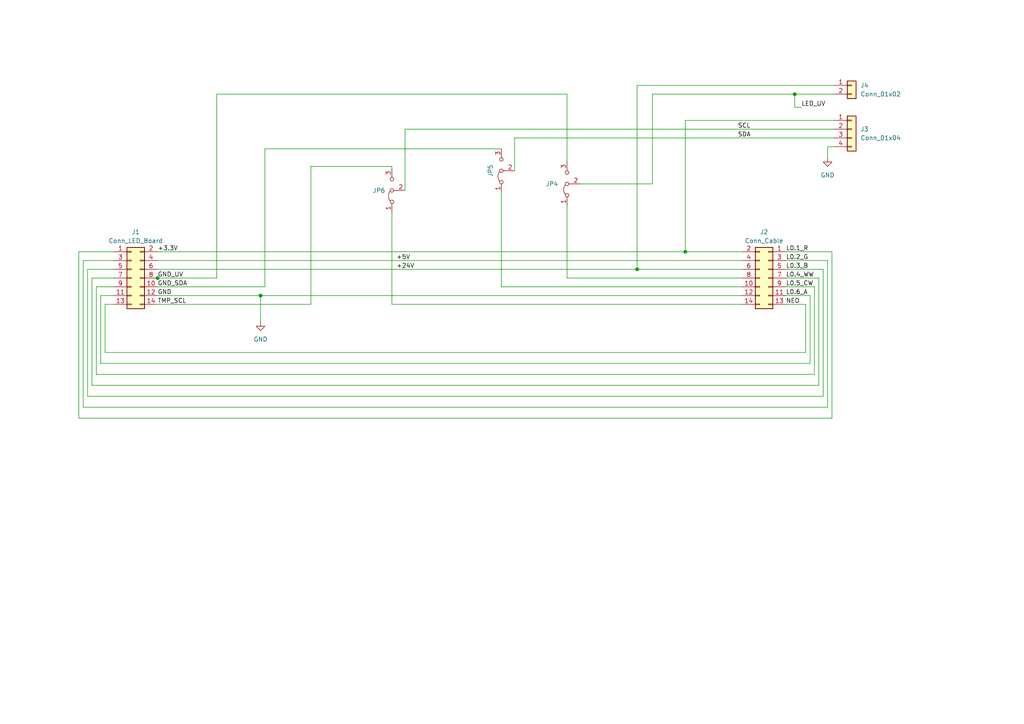
<source format=kicad_sch>
(kicad_sch (version 20231120) (generator "eeschema") (generator_version "8.0")
  (paper "A4")
  (lib_symbols
    (symbol "Connector_Generic:Conn_01x02" (pin_names (offset 1.016) hide)
      (property "Reference" "J" (at 0 2.54 0))
      (property "Value" "Conn_01x02" (at 0 -5.08 0))
      (symbol "Conn_01x02_1_1"
        (rectangle (start -1.27 -2.413) (end 0 -2.667) (stroke (width 0.1524)))
        (rectangle (start -1.27 0.127) (end 0 -0.127) (stroke (width 0.1524)))
        (rectangle (start -1.27 1.27) (end 1.27 -3.81) (stroke (width 0.254)) (fill (type background)))
        (pin passive line (at -5.08 0 0) (length 3.81) (name "Pin_1") (number "1"))
        (pin passive line (at -5.08 -2.54 0) (length 3.81) (name "Pin_2") (number "2"))
      )
    )
    (symbol "Connector_Generic:Conn_01x04" (pin_names (offset 1.016) hide)
      (property "Reference" "J" (at 0 5.08 0))
      (property "Value" "Conn_01x04" (at 0 -7.62 0))
      (symbol "Conn_01x04_1_1"
        (rectangle (start -1.27 -4.953) (end 0 -5.207) (stroke (width 0.1524)))
        (rectangle (start -1.27 -2.413) (end 0 -2.667) (stroke (width 0.1524)))
        (rectangle (start -1.27 0.127) (end 0 -0.127) (stroke (width 0.1524)))
        (rectangle (start -1.27 2.667) (end 0 2.413) (stroke (width 0.1524)))
        (rectangle (start -1.27 3.81) (end 1.27 -6.35) (stroke (width 0.254)) (fill (type background)))
        (pin passive line (at -5.08 2.54 0) (length 3.81) (name "Pin_1") (number "1"))
        (pin passive line (at -5.08 0 0) (length 3.81) (name "Pin_2") (number "2"))
        (pin passive line (at -5.08 -2.54 0) (length 3.81) (name "Pin_3") (number "3"))
        (pin passive line (at -5.08 -5.08 0) (length 3.81) (name "Pin_4") (number "4"))
      )
    )
    (symbol "Connector_Generic:Conn_02x07_Odd_Even" (pin_names (offset 1.016) hide)
      (property "Reference" "J" (at 1.27 10.16 0))
      (property "Value" "Conn_02x07_Odd_Even" (at 1.27 -10.16 0))
      (symbol "Conn_02x07_Odd_Even_1_1"
        (rectangle (start -1.27 -7.493) (end 0 -7.747) (stroke (width 0.1524)))
        (rectangle (start -1.27 -4.953) (end 0 -5.207) (stroke (width 0.1524)))
        (rectangle (start -1.27 -2.413) (end 0 -2.667) (stroke (width 0.1524)))
        (rectangle (start -1.27 0.127) (end 0 -0.127) (stroke (width 0.1524)))
        (rectangle (start -1.27 2.667) (end 0 2.413) (stroke (width 0.1524)))
        (rectangle (start -1.27 5.207) (end 0 4.953) (stroke (width 0.1524)))
        (rectangle (start -1.27 7.747) (end 0 7.493) (stroke (width 0.1524)))
        (rectangle (start -1.27 8.89) (end 3.81 -8.89) (stroke (width 0.254)) (fill (type background)))
        (rectangle (start 3.81 -7.493) (end 2.54 -7.747) (stroke (width 0.1524)))
        (rectangle (start 3.81 -4.953) (end 2.54 -5.207) (stroke (width 0.1524)))
        (rectangle (start 3.81 -2.413) (end 2.54 -2.667) (stroke (width 0.1524)))
        (rectangle (start 3.81 0.127) (end 2.54 -0.127) (stroke (width 0.1524)))
        (rectangle (start 3.81 2.667) (end 2.54 2.413) (stroke (width 0.1524)))
        (rectangle (start 3.81 5.207) (end 2.54 4.953) (stroke (width 0.1524)))
        (rectangle (start 3.81 7.747) (end 2.54 7.493) (stroke (width 0.1524)))
        (pin passive line (at -5.08 7.62 0) (length 3.81) (name "Pin_1") (number "1"))
        (pin passive line (at 7.62 -2.54 180) (length 3.81) (name "Pin_10") (number "10"))
        (pin passive line (at -5.08 -5.08 0) (length 3.81) (name "Pin_11") (number "11"))
        (pin passive line (at 7.62 -5.08 180) (length 3.81) (name "Pin_12") (number "12"))
        (pin passive line (at -5.08 -7.62 0) (length 3.81) (name "Pin_13") (number "13"))
        (pin passive line (at 7.62 -7.62 180) (length 3.81) (name "Pin_14") (number "14"))
        (pin passive line (at 7.62 7.62 180) (length 3.81) (name "Pin_2") (number "2"))
        (pin passive line (at -5.08 5.08 0) (length 3.81) (name "Pin_3") (number "3"))
        (pin passive line (at 7.62 5.08 180) (length 3.81) (name "Pin_4") (number "4"))
        (pin passive line (at -5.08 2.54 0) (length 3.81) (name "Pin_5") (number "5"))
        (pin passive line (at 7.62 2.54 180) (length 3.81) (name "Pin_6") (number "6"))
        (pin passive line (at -5.08 0 0) (length 3.81) (name "Pin_7") (number "7"))
        (pin passive line (at 7.62 0 180) (length 3.81) (name "Pin_8") (number "8"))
        (pin passive line (at -5.08 -2.54 0) (length 3.81) (name "Pin_9") (number "9"))
      )
    )
    (symbol "Jumper:Jumper_3_Bridged12" (pin_names (offset 0) hide) (exclude_from_sim yes) (in_bom no)
      (property "Reference" "JP" (at -2.54 -2.54 0))
      (property "Value" "Jumper_3_Bridged12" (at 0 2.794 0))
      (symbol "Jumper_3_Bridged12_0_0"
        (circle (center -3.302 0) (radius 0.508))
        (circle (center 0 0) (radius 0.508))
        (circle (center 3.302 0) (radius 0.508))
      )
      (symbol "Jumper_3_Bridged12_0_1"
        (arc (start -0.254 0.508) (mid -1.651 0.9912) (end -3.048 0.508))
        (polyline (pts (xy 0 -1.27) (xy 0 -0.508)))
      )
      (symbol "Jumper_3_Bridged12_1_1"
        (pin passive line (at -6.35 0 0) (length 2.54) (name "A") (number "1"))
        (pin passive line (at 0 -3.81 90) (length 2.54) (name "C") (number "2"))
        (pin passive line (at 6.35 0 180) (length 2.54) (name "B") (number "3"))
      )
    )
    (symbol "power:GND" (power) (pin_numbers hide) (pin_names (offset 0) hide)
      (property "Value" "GND" (at 0 -3.81 0))
      (symbol "GND_0_1"
        (polyline (pts (xy 0 0) (xy 0 -1.27) (xy 1.27 -1.27) (xy 0 -2.54) (xy -1.27 -1.27) (xy 0 -1.27)))
      )
      (symbol "GND_1_1"
        (pin power_in line (at 0 0 270) (length 0) (name "~") (number "1"))
      )
    )
  )
  (junction (at 230.505 27.305))
  (junction (at 198.755 73.025))
  (junction (at 75.565 85.725))
  (junction (at 45.72 80.645))
  (junction (at 184.785 78.105))
  (wire (pts (xy 189.23 53.34) (xy 189.23 27.305)))
  (wire (pts (xy 113.665 48.26) (xy 113.665 48.895)))
  (wire (pts (xy 230.505 27.305) (xy 241.935 27.305)))
  (wire (pts (xy 113.665 61.595) (xy 113.665 88.265)))
  (wire (pts (xy 184.785 78.105) (xy 215.265 78.105)))
  (wire (pts (xy 241.3 73.025) (xy 227.965 73.025)))
  (wire (pts (xy 33.02 83.185) (xy 27.94 83.185)))
  (wire (pts (xy 233.68 88.265) (xy 227.965 88.265)))
  (wire (pts (xy 240.03 42.545) (xy 241.935 42.545)))
  (wire (pts (xy 184.785 24.765) (xy 241.935 24.765)))
  (wire (pts (xy 45.72 73.025) (xy 198.755 73.025)))
  (wire (pts (xy 164.465 59.69) (xy 164.465 80.645)))
  (wire (pts (xy 45.72 85.725) (xy 75.565 85.725)))
  (wire (pts (xy 29.21 85.725) (xy 29.21 105.41)))
  (wire (pts (xy 240.03 45.72) (xy 240.03 42.545)))
  (wire (pts (xy 234.95 105.41) (xy 234.95 85.725)))
  (wire (pts (xy 234.95 85.725) (xy 227.965 85.725)))
  (wire (pts (xy 33.02 75.565) (xy 24.13 75.565)))
  (wire (pts (xy 33.02 85.725) (xy 29.21 85.725)))
  (wire (pts (xy 149.225 49.53) (xy 149.225 40.005)))
  (wire (pts (xy 24.13 118.11) (xy 240.03 118.11)))
  (wire (pts (xy 26.67 111.76) (xy 237.49 111.76)))
  (wire (pts (xy 236.22 108.585) (xy 236.22 83.185)))
  (wire (pts (xy 30.48 88.265) (xy 30.48 102.235)))
  (wire (pts (xy 27.94 83.185) (xy 27.94 108.585)))
  (wire (pts (xy 27.94 108.585) (xy 236.22 108.585)))
  (wire (pts (xy 75.565 85.725) (xy 215.265 85.725)))
  (wire (pts (xy 62.865 27.305) (xy 62.865 80.645)))
  (wire (pts (xy 164.465 80.645) (xy 215.265 80.645)))
  (wire (pts (xy 198.755 34.925) (xy 241.935 34.925)))
  (wire (pts (xy 45.72 88.265) (xy 90.17 88.265)))
  (wire (pts (xy 233.68 102.235) (xy 233.68 88.265)))
  (wire (pts (xy 33.02 88.265) (xy 30.48 88.265)))
  (wire (pts (xy 238.76 114.935) (xy 238.76 78.105)))
  (wire (pts (xy 241.3 121.285) (xy 241.3 73.025)))
  (wire (pts (xy 117.475 37.465) (xy 241.935 37.465)))
  (wire (pts (xy 237.49 80.645) (xy 227.965 80.645)))
  (wire (pts (xy 22.86 121.285) (xy 241.3 121.285)))
  (wire (pts (xy 45.72 80.645) (xy 62.865 80.645)))
  (wire (pts (xy 90.17 48.26) (xy 113.665 48.26)))
  (wire (pts (xy 45.72 78.105) (xy 184.785 78.105)))
  (wire (pts (xy 45.085 80.645) (xy 45.72 80.645)))
  (wire (pts (xy 232.41 31.115) (xy 230.505 31.115)))
  (wire (pts (xy 45.72 83.185) (xy 76.835 83.185)))
  (wire (pts (xy 26.67 80.645) (xy 26.67 111.76)))
  (wire (pts (xy 164.465 27.305) (xy 164.465 46.99)))
  (wire (pts (xy 117.475 37.465) (xy 117.475 55.245)))
  (wire (pts (xy 24.13 75.565) (xy 24.13 118.11)))
  (wire (pts (xy 240.03 118.11) (xy 240.03 75.565)))
  (wire (pts (xy 25.4 78.105) (xy 25.4 114.935)))
  (wire (pts (xy 90.17 88.265) (xy 90.17 48.26)))
  (wire (pts (xy 198.755 34.925) (xy 198.755 73.025)))
  (wire (pts (xy 198.755 73.025) (xy 215.265 73.025)))
  (wire (pts (xy 149.225 40.005) (xy 241.935 40.005)))
  (wire (pts (xy 240.03 75.565) (xy 227.965 75.565)))
  (wire (pts (xy 168.275 53.34) (xy 189.23 53.34)))
  (wire (pts (xy 184.785 24.765) (xy 184.785 78.105)))
  (wire (pts (xy 237.49 111.76) (xy 237.49 80.645)))
  (wire (pts (xy 76.835 43.18) (xy 145.415 43.18)))
  (wire (pts (xy 230.505 31.115) (xy 230.505 27.305)))
  (wire (pts (xy 76.835 43.18) (xy 76.835 83.185)))
  (wire (pts (xy 75.565 85.725) (xy 75.565 93.345)))
  (wire (pts (xy 45.72 75.565) (xy 215.265 75.565)))
  (wire (pts (xy 29.21 105.41) (xy 234.95 105.41)))
  (wire (pts (xy 238.76 78.105) (xy 227.965 78.105)))
  (wire (pts (xy 145.415 55.88) (xy 145.415 83.185)))
  (wire (pts (xy 33.02 78.105) (xy 25.4 78.105)))
  (wire (pts (xy 25.4 114.935) (xy 238.76 114.935)))
  (wire (pts (xy 236.22 83.185) (xy 227.965 83.185)))
  (wire (pts (xy 30.48 102.235) (xy 233.68 102.235)))
  (wire (pts (xy 33.02 80.645) (xy 26.67 80.645)))
  (wire (pts (xy 22.86 73.025) (xy 22.86 121.285)))
  (wire (pts (xy 113.665 88.265) (xy 215.265 88.265)))
  (wire (pts (xy 189.23 27.305) (xy 230.505 27.305)))
  (wire (pts (xy 62.865 27.305) (xy 164.465 27.305)))
  (wire (pts (xy 145.415 83.185) (xy 215.265 83.185)))
  (wire (pts (xy 33.02 73.025) (xy 22.86 73.025)))
  (label "GND_UV" (at 45.72 80.645 0))
  (label "+3.3V" (at 45.72 73.025 0))
  (label "TMP_SCL" (at 45.72 88.265 0))
  (label "GND" (at 45.72 85.725 0))
  (label "L0.6_A" (at 227.965 85.725 0))
  (label "L0.5_CW" (at 227.965 83.185 0))
  (label "LED_UV" (at 232.41 31.115 0))
  (label "L0.4_WW" (at 227.965 80.645 0))
  (label "NEO" (at 227.965 88.265 0))
  (label "SCL" (at 213.995 37.465 0))
  (label "L0.2_G" (at 227.965 75.565 0))
  (label "L0.3_B" (at 227.965 78.105 0))
  (label "SDA" (at 213.995 40.005 0))
  (label "+5V" (at 114.935 75.565 0))
  (label "GND_SDA" (at 45.72 83.185 0))
  (label "+24V" (at 114.935 78.105 0))
  (label "L0.1_R" (at 227.965 73.025 0))
  (symbol (lib_id "Connector_Generic:Conn_02x07_Odd_Even") (at 38.1 80.645 0) (unit 1)
    (property "Reference" "J1" (at 39.37 67.31 0))
    (property "Value" "Conn_LED_Board" (at 39.37 69.85 0))
    (property "Footprint" "Connector_PinHeader_2.54mm:PinHeader_2x07_P2.54mm_Vertical" (effects (hide yes)))
    (property "Description" "Generic connector, double row, 02x07, odd/even pin numbering scheme (row 1 odd numbers, row 2 even numbers), script generated (kicad-library-utils/schlib/autogen/connector/)" (effects (hide yes)))
  )
  (symbol (lib_id "Connector_Generic:Conn_01x02") (at 247.015 24.765 0) (unit 1)
    (property "Reference" "J4" (at 249.555 24.7649 0) (effects (justify left)))
    (property "Value" "Conn_01x02" (at 249.555 27.3049 0) (effects (justify left)))
    (property "Footprint" "Connector_PinHeader_2.54mm:PinHeader_1x02_P2.54mm_Vertical" (effects (hide yes)))
    (property "Description" "Generic connector, single row, 01x02, script generated (kicad-library-utils/schlib/autogen/connector/)" (effects (hide yes)))
  )
  (symbol (lib_id "Connector_Generic:Conn_01x04") (at 247.015 37.465 0) (unit 1)
    (property "Reference" "J3" (at 249.555 37.4649 0) (effects (justify left)))
    (property "Value" "Conn_01x04" (at 249.555 40.0049 0) (effects (justify left)))
    (property "Footprint" "Connector_PinHeader_2.54mm:PinHeader_1x04_P2.54mm_Vertical" (effects (hide yes)))
    (property "Description" "Generic connector, single row, 01x04, script generated (kicad-library-utils/schlib/autogen/connector/)" (effects (hide yes)))
  )
  (symbol (lib_id "Jumper:Jumper_3_Bridged12") (at 145.415 49.53 90) (unit 1) (exclude_from_sim yes) (in_bom no)
    (property "Reference" "JP5" (at 142.24 49.53 0))
    (property "Value" "Jumper_3_Bridged12" (effects (hide yes)))
    (property "Footprint" "Jumper:SolderJumper-3_P1.3mm_Bridged12_RoundedPad1.0x1.5mm" (effects (hide yes)))
    (property "Description" "Jumper, 3-pole, pins 1+2 closed/bridged" (effects (hide yes)))
  )
  (symbol (lib_id "power:GND") (at 240.03 45.72 0) (unit 1)
    (property "Reference" "#PWR02" (effects (hide yes)))
    (property "Value" "GND" (at 240.03 50.8 0))
    (property "Description" "Power symbol creates a global label with name \"GND\" , ground" (effects (hide yes)))
  )
  (symbol (lib_id "Connector_Generic:Conn_02x07_Odd_Even") (at 222.885 80.645 0) (mirror y) (unit 1)
    (property "Reference" "J2" (at 221.615 67.31 0))
    (property "Value" "Conn_Cable" (at 221.615 69.85 0))
    (property "Footprint" "Connector_IDC:IDC-Header_2x07_P2.54mm_Vertical" (effects (hide yes)))
    (property "Description" "Generic connector, double row, 02x07, odd/even pin numbering scheme (row 1 odd numbers, row 2 even numbers), script generated (kicad-library-utils/schlib/autogen/connector/)" (effects (hide yes)))
  )
  (symbol (lib_id "power:GND") (at 75.565 93.345 0) (unit 1)
    (property "Reference" "#PWR01" (effects (hide yes)))
    (property "Value" "GND" (at 75.565 98.425 0))
    (property "Description" "Power symbol creates a global label with name \"GND\" , ground" (effects (hide yes)))
  )
  (symbol (lib_id "Jumper:Jumper_3_Bridged12") (at 113.665 55.245 90) (unit 1) (exclude_from_sim yes) (in_bom no)
    (property "Reference" "JP6" (at 111.76 55.2451 90) (effects (justify left)))
    (property "Value" "Jumper_3_Bridged12" (effects (hide yes)))
    (property "Footprint" "Jumper:SolderJumper-3_P1.3mm_Bridged12_RoundedPad1.0x1.5mm" (effects (hide yes)))
    (property "Description" "Jumper, 3-pole, pins 1+2 closed/bridged" (effects (hide yes)))
  )
  (symbol (lib_id "Jumper:Jumper_3_Bridged12") (at 164.465 53.34 90) (unit 1) (exclude_from_sim yes) (in_bom no)
    (property "Reference" "JP4" (at 161.925 53.3401 90) (effects (justify left)))
    (property "Value" "Jumper_3_Bridged12" (effects (hide yes)))
    (property "Footprint" "Jumper:SolderJumper-3_P1.3mm_Bridged12_RoundedPad1.0x1.5mm" (effects (hide yes)))
    (property "Description" "Jumper, 3-pole, pins 1+2 closed/bridged" (effects (hide yes)))
  )
)
</source>
